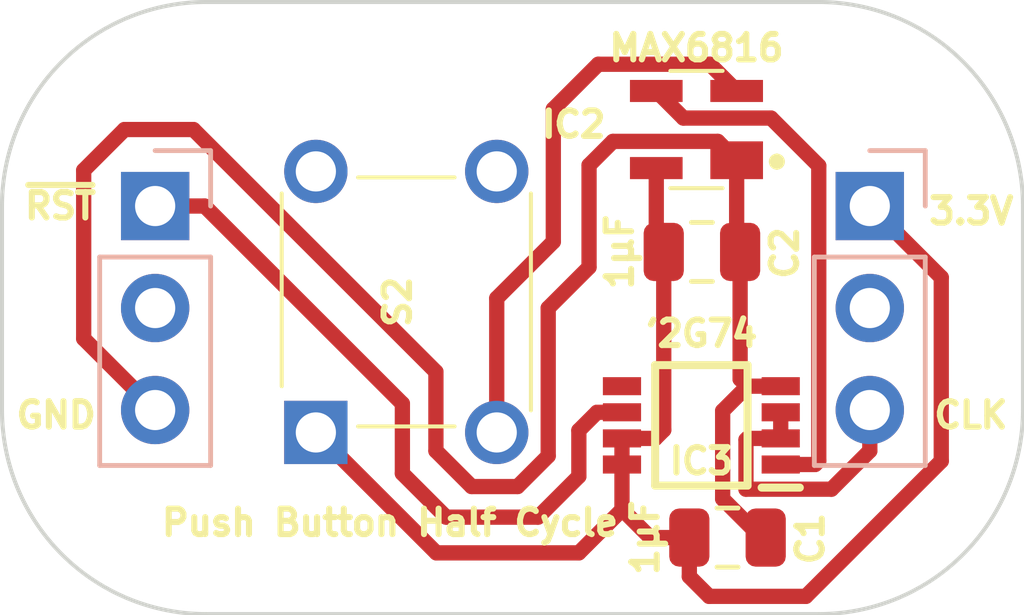
<source format=kicad_pcb>
(kicad_pcb (version 20241229) (generator "pcbnew") (generator_version "9.0")
  (title_block (title "Push Button Clock") (date "2024-02-18") (rev "V1"))
  (layers (0 "F.Cu" signal) (2 "B.Cu" signal) (13 "F.Paste" user) (15 "B.Paste" user) (5 "F.SilkS" user "F.Silkscreen") (7 "B.SilkS" user "B.Silkscreen") (1 "F.Mask" user) (3 "B.Mask" user) (25 "Edge.Cuts" user))
  (net 0 "")
  (net 1 "/GND")
  (net 2 "/3.3V")
  (net 3 "Net-(IC2-IN)")
  (net 4 "Net-(IC2-OUT)")
  (net 9 "/CLK")
  (net 11 "/~{Reset}")
  (footprint "SamacSys_Parts:MAX812REUST" (layer "F.Cu") (at 13.3255 -1.905 180)
    (property "Reference" "IC2" (at 2.9115 0.127 180) (layer "F.SilkS") (effects (font (size 0.635 0.635))))
    (property "Value" "MAX6816EUS+T" (hide yes))
    (fp_line (start 0.508 1.46) (end -0.792 1.46) (stroke (width 0.1)) (layer "F.SilkS"))
    (fp_line (start 0.508 -1.46) (end -0.792 -1.46) (stroke (width 0.1)) (layer "F.SilkS"))
    (fp_line (start -2.142 -0.7) (end -2.142 -0.7) (stroke (width 0.2)) (layer "F.SilkS"))
    (fp_line (start -2.142 -0.9) (end -2.142 -0.9) (stroke (width 0.2)) (layer "F.SilkS"))
    (fp_arc (start -2.142 -0.7) (mid -2.242 -0.8) (end -2.142 -0.9) (stroke (width 0.2)) (layer "F.SilkS"))
    (fp_arc (start -2.142 -0.9) (mid -2.042 -0.8) (end -2.142 -0.7) (stroke (width 0.2)) (layer "F.SilkS"))
    (fp_text user "${Silkscreen}" (at -0.142 2.032 180) (layer "F.SilkS") (effects (font (size 0.635 0.635))))
    (pad "1" smd rect (at -1.142 -0.765 90) (size 0.94 1.31) (layers "F.Cu" "F.Mask" "F.Paste") (net 1 "/GND"))
    (pad "2" smd rect (at -1.142 0.96 90) (size 0.55 1.31) (layers "F.Cu" "F.Mask" "F.Paste") (net 3 "Net-(IC2-IN)"))
    (pad "3" smd rect (at 0.858 0.96 90) (size 0.55 1.31) (layers "F.Cu" "F.Mask" "F.Paste") (net 4 "Net-(IC2-OUT)"))
    (pad "4" smd rect (at 0.858 -0.96 90) (size 0.55 1.31) (layers "F.Cu" "F.Mask" "F.Paste") (net 2 "/3.3V"))
  )
  (footprint "SamacSys_Parts:DTS62NV" (layer "F.Cu") (at 3.9984 5.6376 90)
    (property "Reference" "S2" (at 3.25 2.032 90) (layer "F.SilkS") (effects (font (size 0.635 0.635) (thickness 0.15) (bold yes))))
    (property "Value" "DTS-62N-V" (hide yes))
    (fp_line (start 1.15 -0.85) (end 5.95 -0.85) (stroke (width 0.1)) (layer "F.SilkS"))
    (fp_line (start 0.15 1.05) (end 0.15 3.45) (stroke (width 0.1)) (layer "F.SilkS"))
    (fp_line (start 6.35 3.45) (end 6.35 1.05) (stroke (width 0.1)) (layer "F.SilkS"))
    (fp_line (start 0.55 5.35) (end 5.95 5.35) (stroke (width 0.1)) (layer "F.SilkS"))
    (pad "1" thru_hole rect (at 0 0 90) (size 1.575 1.575) (drill 1) (layers "*.Cu" "*.Mask") (net 2 "/3.3V"))
    (pad "2" thru_hole circle (at 6.5 0 90) (size 1.575 1.575) (drill 1) (layers "*.Cu" "*.Mask"))
    (pad "3" thru_hole circle (at 0 4.5 90) (size 1.575 1.575) (drill 1) (layers "*.Cu" "*.Mask") (net 3 "Net-(IC2-IN)"))
    (pad "4" thru_hole circle (at 6.5 4.5 90) (size 1.575 1.575) (drill 1) (layers "*.Cu" "*.Mask"))
  )
  (footprint "SamacSys_Parts:SOP65P400X110-8N" (layer "F.Cu") (at 13.589 5.461 180)
    (property "Reference" "IC3" (at 0 -0.889 180) (layer "F.SilkS") (effects (font (size 0.635 0.635))))
    (property "Value" "74LVC2G74DP,125" (hide yes))
    (fp_line (start 1.15 1.5) (end -1.15 1.5) (stroke (width 0.2)) (layer "F.SilkS"))
    (fp_line (start 1.15 -1.5) (end 1.15 1.5) (stroke (width 0.2)) (layer "F.SilkS"))
    (fp_line (start -1.15 1.5) (end -1.15 -1.5) (stroke (width 0.2)) (layer "F.SilkS"))
    (fp_line (start -1.15 -1.5) (end 1.15 -1.5) (stroke (width 0.2)) (layer "F.SilkS"))
    (fp_line (start -2.45 -1.55) (end -1.5 -1.55) (stroke (width 0.2)) (layer "F.SilkS"))
    (fp_text user "${Silkscreen}" (at 0 2.286 180) (layer "F.SilkS") (effects (font (size 0.635 0.635))))
    (pad "1" smd rect (at -1.975 -0.975 270) (size 0.45 0.95) (layers "F.Cu" "F.Mask" "F.Paste") (net 4 "Net-(IC2-OUT)"))
    (pad "2" smd rect (at -1.975 -0.325 270) (size 0.45 0.95) (layers "F.Cu" "F.Mask" "F.Paste") (net 9 "/CLK"))
    (pad "3" smd rect (at -1.975 0.325 270) (size 0.45 0.95) (layers "F.Cu" "F.Mask" "F.Paste") (net 9 "/CLK"))
    (pad "4" smd rect (at -1.975 0.975 270) (size 0.45 0.95) (layers "F.Cu" "F.Mask" "F.Paste") (net 1 "/GND"))
    (pad "5" smd rect (at 1.975 0.975 270) (size 0.45 0.95) (layers "F.Cu" "F.Mask" "F.Paste"))
    (pad "6" smd rect (at 1.975 0.325 270) (size 0.45 0.95) (layers "F.Cu" "F.Mask" "F.Paste") (net 11 "/~{Reset}"))
    (pad "7" smd rect (at 1.975 -0.325 270) (size 0.45 0.95) (layers "F.Cu" "F.Mask" "F.Paste") (net 2 "/3.3V"))
    (pad "8" smd rect (at 1.975 -0.975 270) (size 0.45 0.95) (layers "F.Cu" "F.Mask" "F.Paste") (net 2 "/3.3V"))
  )
  (footprint "SamacSys_Parts:C_0805" (layer "F.Cu") (at 13.587365 1.143 -90)
    (property "Reference" "C2" (at 0.027 -2.075 90) (layer "F.SilkS") (effects (font (size 0.635 0.635))))
    (property "Value" "1μF" (at 0 2.032 270) (layer "F.SilkS") (effects (font (size 0.635 0.635))))
    (fp_line (start -0.735 0.245252) (end -0.735 -0.277252) (stroke (width 0.12)) (layer "F.SilkS"))
    (fp_line (start 0.735 0.245252) (end 0.735 -0.277252) (stroke (width 0.12)) (layer "F.SilkS"))
    (pad "1" smd roundrect (at 0 0.934) (size 1 1.45) (layers "F.Cu" "F.Mask" "F.Paste") (net 2 "/3.3V"))
    (pad "2" smd roundrect (at 0 -0.966) (size 1 1.45) (layers "F.Cu" "F.Mask" "F.Paste") (net 1 "/GND"))
  )
  (footprint "SamacSys_Parts:C_0805" (layer "F.Cu") (at 14.224 8.255 -90)
    (property "Reference" "C1" (at 0.027 -2.075 90) (layer "F.SilkS") (effects (font (size 0.635 0.635))))
    (property "Value" "1μF" (at 0 2.032 270) (layer "F.SilkS") (effects (font (size 0.635 0.635))))
    (fp_line (start -0.735 0.245252) (end -0.735 -0.277252) (stroke (width 0.12)) (layer "F.SilkS"))
    (fp_line (start 0.735 0.245252) (end 0.735 -0.277252) (stroke (width 0.12)) (layer "F.SilkS"))
    (pad "1" smd roundrect (at 0 0.934) (size 1 1.45) (layers "F.Cu" "F.Mask" "F.Paste") (net 2 "/3.3V"))
    (pad "2" smd roundrect (at 0 -0.966) (size 1 1.45) (layers "F.Cu" "F.Mask" "F.Paste") (net 1 "/GND"))
  )
  (footprint "Connector_PinHeader_2.54mm:PinHeader_1x03_P2.54mm_Vertical" (layer "B.Cu") (at 0 0 180)
    (property "Reference" "J1" (hide yes))
    (property "Value" "Conn_01x03_Pin")
    (fp_line (start 1.38 -1.27) (end 1.38 -6.46) (stroke (width 0.12)) (layer "B.SilkS"))
    (fp_line (start -1.38 1.38) (end 0 1.38) (stroke (width 0.12)) (layer "B.SilkS"))
    (fp_line (start -1.38 0) (end -1.38 1.38) (stroke (width 0.12)) (layer "B.SilkS"))
    (fp_line (start -1.38 -1.27) (end 1.38 -1.27) (stroke (width 0.12)) (layer "B.SilkS"))
    (fp_line (start -1.38 -1.27) (end -1.38 -6.46) (stroke (width 0.12)) (layer "B.SilkS"))
    (fp_line (start -1.38 -6.46) (end 1.38 -6.46) (stroke (width 0.12)) (layer "B.SilkS"))
    (pad "1" thru_hole rect (at 0 0 180) (size 1.7 1.7) (drill 1) (layers "*.Cu" "*.Mask") (net 11 "/~{Reset}"))
    (pad "2" thru_hole circle (at 0 -2.54 180) (size 1.7 1.7) (drill 1) (layers "*.Cu" "*.Mask"))
    (pad "3" thru_hole circle (at 0 -5.08 180) (size 1.7 1.7) (drill 1) (layers "*.Cu" "*.Mask") (net 1 "/GND"))
  )
  (footprint "Connector_PinHeader_2.54mm:PinHeader_1x03_P2.54mm_Vertical" (layer "B.Cu") (at 17.78 0 180)
    (property "Reference" "J2" (hide yes))
    (property "Value" "Conn_01x03_Pin")
    (fp_line (start 1.38 -1.27) (end 1.38 -6.46) (stroke (width 0.12)) (layer "B.SilkS"))
    (fp_line (start -1.38 1.38) (end 0 1.38) (stroke (width 0.12)) (layer "B.SilkS"))
    (fp_line (start -1.38 0) (end -1.38 1.38) (stroke (width 0.12)) (layer "B.SilkS"))
    (fp_line (start -1.38 -1.27) (end 1.38 -1.27) (stroke (width 0.12)) (layer "B.SilkS"))
    (fp_line (start -1.38 -1.27) (end -1.38 -6.46) (stroke (width 0.12)) (layer "B.SilkS"))
    (fp_line (start -1.38 -6.46) (end 1.38 -6.46) (stroke (width 0.12)) (layer "B.SilkS"))
    (pad "1" thru_hole rect (at 0 0 180) (size 1.7 1.7) (drill 1) (layers "*.Cu" "*.Mask") (net 2 "/3.3V"))
    (pad "2" thru_hole circle (at 0 -2.54 180) (size 1.7 1.7) (drill 1) (layers "*.Cu" "*.Mask"))
    (pad "3" thru_hole circle (at 0 -5.08 180) (size 1.7 1.7) (drill 1) (layers "*.Cu" "*.Mask") (net 9 "/CLK"))
  )
  (gr_line (start 1.269998 10.160002) (end 16.51 10.16) (stroke (width 0.1)) (layer "Edge.Cuts"))
  (gr_arc (start 16.510002 -5.080001) (mid 20.102103 -3.592103) (end 21.590001 -0.000002) (stroke (width 0.1)) (layer "Edge.Cuts"))
  (gr_line (start 16.51 -5.080001) (end 1.27 -5.08) (stroke (width 0.1)) (layer "Edge.Cuts"))
  (gr_arc (start 1.269998 10.160002) (mid -2.322104 8.672104) (end -3.810002 5.080002) (stroke (width 0.1)) (layer "Edge.Cuts"))
  (gr_line (start -3.81 0) (end -3.810002 5.080002) (stroke (width 0.1)) (layer "Edge.Cuts"))
  (gr_arc (start 21.59 5.08) (mid 20.102102 8.672102) (end 16.51 10.16) (stroke (width 0.1)) (layer "Edge.Cuts"))
  (gr_line (start 21.590001 -0.000002) (end 21.59 5.08) (stroke (width 0.1)) (layer "Edge.Cuts"))
  (gr_arc (start -3.81 0) (mid -2.322102 -3.592102) (end 1.27 -5.08) (stroke (width 0.1)) (layer "Edge.Cuts"))
  (gr_text "~{RST}" (at -1.397 0 0) (layer "F.SilkS") (effects (font (size 0.635 0.635) (thickness 0.15) (bold yes)) (justify right)))
  (gr_text "Push Button Half Cycle" (at 5.842 8.255 0) (layer "F.SilkS") (effects (font (size 0.635 0.635) (thickness 0.15) (bold yes)) (justify bottom)))
  (gr_text "GND" (at -1.397 5.207 0) (layer "F.SilkS") (effects (font (size 0.635 0.635) (thickness 0.15) (bold yes)) (justify right)))
  (gr_text "CLK" (at 19.304 5.207 0) (layer "F.SilkS") (effects (font (size 0.635 0.635) (thickness 0.15) (bold yes)) (justify left)))
  (gr_text "3.3V" (at 19.177 0.127 0) (layer "F.SilkS") (effects (font (size 0.635 0.635) (thickness 0.15) (bold yes)) (justify left)))
  (segment (start 7.874 6.985) (end 6.985 6.096) (width 0.38) (layer "F.Cu") (net 1))
  (segment (start 6.985 4.1275) (end 0.9525 -1.905) (width 0.38) (layer "F.Cu") (net 1))
  (segment (start 9.779 2.54) (end 9.779 6.223) (width 0.38) (layer "F.Cu") (net 1))
  (segment (start 14.4675 -1.14) (end 14.4675 1.057135) (width 0.38) (layer "F.Cu") (net 1))
  (segment (start 0.9525 -1.905) (end -0.762 -1.905) (width 0.38) (layer "F.Cu") (net 1))
  (segment (start 10.795 -1.016) (end 10.795 1.524) (width 0.38) (layer "F.Cu") (net 1))
  (segment (start 10.795 1.524) (end 9.779 2.54) (width 0.38) (layer "F.Cu") (net 1))
  (segment (start 11.389 -1.61) (end 10.795 -1.016) (width 0.38) (layer "F.Cu") (net 1))
  (segment (start -0.762 -1.905) (end -1.778 -0.889) (width 0.38) (layer "F.Cu") (net 1))
  (segment (start 14.734 4.486) (end 15.564 4.486) (width 0.38) (layer "F.Cu") (net 1))
  (segment (start 13.9975 -1.61) (end 11.389 -1.61) (width 0.38) (layer "F.Cu") (net 1))
  (segment (start 14.119 5.101) (end 14.734 4.486) (width 0.38) (layer "F.Cu") (net 1))
  (segment (start 6.985 6.096) (end 6.985 4.1275) (width 0.38) (layer "F.Cu") (net 1))
  (segment (start -1.778 3.302) (end 0 5.08) (width 0.38) (layer "F.Cu") (net 1))
  (segment (start 9.779 6.223) (end 9.017 6.985) (width 0.38) (layer "F.Cu") (net 1))
  (segment (start 14.553365 4.309365) (end 14.553365 1.143) (width 0.38) (layer "F.Cu") (net 1))
  (segment (start -1.778 -0.889) (end -1.778 3.302) (width 0.38) (layer "F.Cu") (net 1))
  (segment (start 14.4675 -1.14) (end 13.9975 -1.61) (width 0.38) (layer "F.Cu") (net 1))
  (segment (start 15.082756 8.255) (end 14.119 7.291244) (width 0.38) (layer "F.Cu") (net 1))
  (segment (start 14.732 4.488) (end 14.553365 4.309365) (width 0.38) (layer "F.Cu") (net 1))
  (segment (start 9.017 6.985) (end 7.874 6.985) (width 0.38) (layer "F.Cu") (net 1))
  (segment (start 14.119 7.291244) (end 14.119 5.101) (width 0.38) (layer "F.Cu") (net 1))
  (segment (start 6.9968 8.636) (end 3.9984 5.6376) (width 0.38) (layer "F.Cu") (net 2))
  (segment (start 17.78 0) (end 19.558 1.778) (width 0.38) (layer "F.Cu") (net 2))
  (segment (start 12.4675 -0.945) (end 12.4675 0.957135) (width 0.38) (layer "F.Cu") (net 2))
  (segment (start 11.614 6.436) (end 11.614 5.786) (width 0.38) (layer "F.Cu") (net 2))
  (segment (start 19.558 1.778) (end 19.558 6.35) (width 0.38) (layer "F.Cu") (net 2))
  (segment (start 13.29 9.226) (end 13.29 8.255) (width 0.38) (layer "F.Cu") (net 2))
  (segment (start 11.614 7.55) (end 11.614 7.563) (width 0.38) (layer "F.Cu") (net 2))
  (segment (start 11.614 7.563) (end 10.541 8.636) (width 0.38) (layer "F.Cu") (net 2))
  (segment (start 19.558 6.35) (end 16.189 9.719) (width 0.38) (layer "F.Cu") (net 2))
  (segment (start 12.653365 5.576635) (end 12.444 5.786) (width 0.38) (layer "F.Cu") (net 2))
  (segment (start 13.783 9.719) (end 13.29 9.226) (width 0.38) (layer "F.Cu") (net 2))
  (segment (start 11.614 6.436) (end 11.614 6.579) (width 0.38) (layer "F.Cu") (net 2))
  (segment (start 12.319 8.255) (end 13.29 8.255) (width 0.38) (layer "F.Cu") (net 2))
  (segment (start 10.541 8.636) (end 6.9968 8.636) (width 0.38) (layer "F.Cu") (net 2))
  (segment (start 11.614 7.55) (end 12.319 8.255) (width 0.38) (layer "F.Cu") (net 2))
  (segment (start 16.189 9.719) (end 13.783 9.719) (width 0.38) (layer "F.Cu") (net 2))
  (segment (start 12.444 5.786) (end 11.614 5.786) (width 0.38) (layer "F.Cu") (net 2))
  (segment (start 11.614 6.579) (end 11.614 7.55) (width 0.38) (layer "F.Cu") (net 2))
  (segment (start 12.653365 1.143) (end 12.653365 5.576635) (width 0.38) (layer "F.Cu") (net 2))
  (segment (start 11.023 -3.53) (end 13.8025 -3.53) (width 0.38) (layer "F.Cu") (net 3))
  (segment (start 9.906 0.889) (end 9.906 -2.413) (width 0.38) (layer "F.Cu") (net 3))
  (segment (start 13.8025 -3.53) (end 14.4675 -2.865) (width 0.38) (layer "F.Cu") (net 3))
  (segment (start 8.4984 5.6376) (end 8.4984 2.2966) (width 0.38) (layer "F.Cu") (net 3))
  (segment (start 8.4984 2.2966) (end 9.906 0.889) (width 0.38) (layer "F.Cu") (net 3))
  (segment (start 9.906 -2.413) (end 11.023 -3.53) (width 0.38) (layer "F.Cu") (net 3))
  (segment (start 16.51 -1.0025) (end 16.51 6.345) (width 0.38) (layer "F.Cu") (net 4))
  (segment (start 13.1425 -2.19) (end 15.3225 -2.19) (width 0.38) (layer "F.Cu") (net 4))
  (segment (start 16.419 6.436) (end 15.564 6.436) (width 0.38) (layer "F.Cu") (net 4))
  (segment (start 12.4675 -2.865) (end 13.1425 -2.19) (width 0.38) (layer "F.Cu") (net 4))
  (segment (start 15.3225 -2.19) (end 16.51 -1.0025) (width 0.38) (layer "F.Cu") (net 4))
  (segment (start 16.51 6.345) (end 16.419 6.436) (width 0.38) (layer "F.Cu") (net 4))
  (segment (start 17.78 6.096) (end 17.78 5.08) (width 0.38) (layer "F.Cu") (net 9))
  (segment (start 16.825 7.051) (end 17.78 6.096) (width 0.38) (layer "F.Cu") (net 9))
  (segment (start 14.734 5.786) (end 14.699 5.821) (width 0.38) (layer "F.Cu") (net 9))
  (segment (start 14.699 5.821) (end 14.699 7.051) (width 0.38) (layer "F.Cu") (net 9))
  (segment (start 14.699 7.051) (end 16.825 7.051) (width 0.38) (layer "F.Cu") (net 9))
  (segment (start 15.564 5.136) (end 15.564 5.786) (width 0.38) (layer "F.Cu") (net 9))
  (segment (start 15.564 5.786) (end 14.734 5.786) (width 0.38) (layer "F.Cu") (net 9))
  (segment (start 10.541 5.588) (end 10.541 6.731) (width 0.38) (layer "F.Cu") (net 11))
  (segment (start 9.525 7.747) (end 7.239 7.747) (width 0.38) (layer "F.Cu") (net 11))
  (segment (start 7.239 7.747) (end 6.151 6.659) (width 0.38) (layer "F.Cu") (net 11))
  (segment (start 1.23 0) (end 0 0) (width 0.38) (layer "F.Cu") (net 11))
  (segment (start 6.151 4.921) (end 1.23 0) (width 0.38) (layer "F.Cu") (net 11))
  (segment (start 11.614 5.136) (end 10.993 5.136) (width 0.38) (layer "F.Cu") (net 11))
  (segment (start 10.541 6.731) (end 9.525 7.747) (width 0.38) (layer "F.Cu") (net 11))
  (segment (start 10.993 5.136) (end 10.541 5.588) (width 0.38) (layer "F.Cu") (net 11))
  (segment (start 6.151 6.659) (end 6.151 4.921) (width 0.38) (layer "F.Cu") (net 11))
)
</source>
